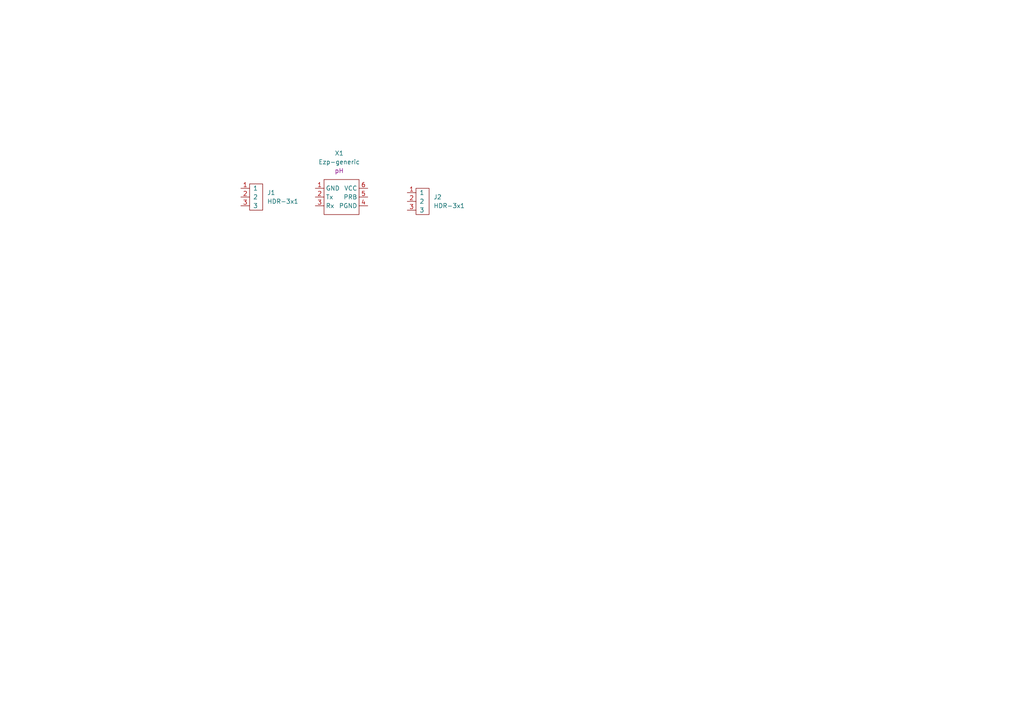
<source format=kicad_sch>
(kicad_sch (version 20211123) (generator eeschema)
  (paper "A4")
  (lib_symbols
    (symbol "IoWLabsConnectors:HDR-3x1" (pin_names (offset 1.016))
      (property "Reference" "J" (at 2.54 5.08 0))
      (property "Value" "HDR-3x1" (at 3.81 -5.08 0))
      (symbol "HDR-3x1_0_1"
        (rectangle (start 0 3.81) (end 3.81 -3.81))
      )
      (symbol "HDR-3x1_1_1"
        (pin unspecified line (at -2.54 2.54 0) (length 2.54) (name "1") (number "1"))
        (pin unspecified line (at -2.54 0 0) (length 2.54) (name "2") (number "2"))
        (pin unspecified line (at -2.54 -2.54 0) (length 2.54) (name "3") (number "3"))
      )
    )
    (symbol "IoWLabsModules:Ezp-generic"
      (property "Reference" "X" (at -3.81 -6.35 0))
      (property "Value" "Ezp-generic" (at 0 7.62 0))
      (property "Type" "pH" (at 0 -6.35 0))
      (symbol "Ezp-generic_0_0"
        (text "" (at -6.35 1.27 0) (effects (font (size 1.27 1.27))))
        (text "" (at -6.35 2.54 0) (effects (font (size 1.27 1.27))))
      )
      (symbol "Ezp-generic_0_1"
        (rectangle (start -5.08 5.08) (end 5.08 -5.08))
      )
      (symbol "Ezp-generic_1_1"
        (pin passive line (at -7.62 2.54 0) (length 2.54) (name "GND") (number "1"))
        (pin passive line (at -7.62 0 0) (length 2.54) (name "Tx") (number "2"))
        (pin passive line (at -7.62 -2.54 0) (length 2.54) (name "Rx") (number "3"))
        (pin passive line (at 7.62 -2.54 180) (length 2.54) (name "PGND") (number "4"))
        (pin passive line (at 7.62 0 180) (length 2.54) (name "PRB") (number "5"))
        (pin passive line (at 7.62 2.54 180) (length 2.54) (name "VCC") (number "6"))
      )
    )
  )
  (symbol (lib_id "IoWLabsModules:Ezp-generic") (at 99.06 57.15 0) (unit 1)
    (property "Reference" "X1" (at 98.3853 44.45 0))
    (property "Value" "Ezp-generic" (at 98.3853 46.99 0))
    (property "Footprint" "IoWLabsModules:Ezo_generic" (effects hide))
    (property "Type" "pH" (at 98.3853 49.53 0))
  )
  (symbol (lib_id "IoWLabsConnectors:HDR-3x1") (at 120.65 58.42 0) (unit 1)
    (property "Reference" "J2" (at 125.73 57.1499 0) (effects (justify left)))
    (property "Value" "HDR-3x1" (at 125.73 59.6899 0) (effects (justify left)))
    (property "Footprint" "IoWLabsConnectors:BNC_EZO_ALTAS" (effects hide))
    (property "Supplier" "LCSC" (effects hide))
  )
  (symbol (lib_id "IoWLabsConnectors:HDR-3x1") (at 72.39 57.15 0) (unit 1)
    (property "Reference" "J1" (at 77.47 55.8799 0) (effects (justify left)))
    (property "Value" "HDR-3x1" (at 77.47 58.4199 0) (effects (justify left)))
    (property "Footprint" "IoWLabsConnectors:JST-XH-3x1-2.5p-TH-V" (effects hide))
    (property "Supplier" "LCSC" (effects hide))
  )
)
</source>
